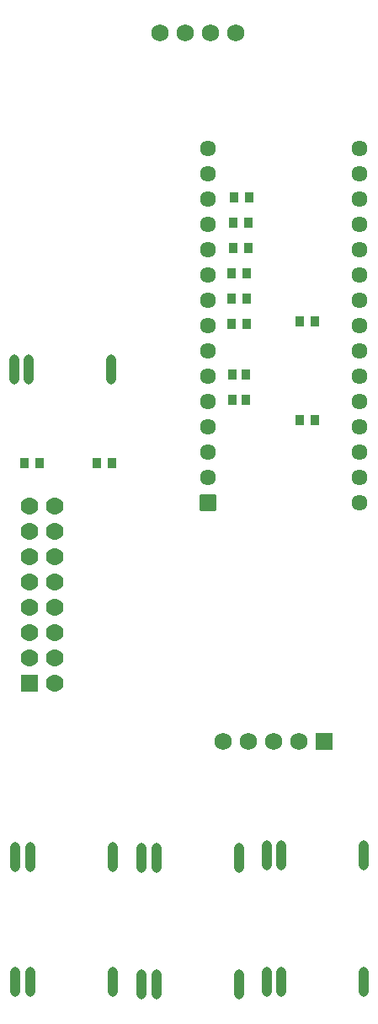
<source format=gts>
G04 Layer: TopSolderMaskLayer*
G04 EasyEDA v6.5.22, 2023-02-15 17:28:14*
G04 889346655b5e4dd39cbf71a95156414b,7be1179030e74d40a97a3c751b95adb4,10*
G04 Gerber Generator version 0.2*
G04 Scale: 100 percent, Rotated: No, Reflected: No *
G04 Dimensions in millimeters *
G04 leading zeros omitted , absolute positions ,4 integer and 5 decimal *
%FSLAX45Y45*%
%MOMM*%

%AMMACRO1*1,1,$1,$2,$3*1,1,$1,$4,$5*1,1,$1,0-$2,0-$3*1,1,$1,0-$4,0-$5*20,1,$1,$2,$3,$4,$5,0*20,1,$1,$4,$5,0-$2,0-$3,0*20,1,$1,0-$2,0-$3,0-$4,0-$5,0*20,1,$1,0-$4,0-$5,$2,$3,0*4,1,4,$2,$3,$4,$5,0-$2,0-$3,0-$4,0-$5,$2,$3,0*%
%ADD10MACRO1,0.1016X-0.754X0.754X-0.754X-0.754*%
%ADD11C,1.6096*%
%ADD12C,1.7653*%
%ADD13MACRO1,0.1016X-0.8319X-0.8319X0.8319X-0.8319*%
%ADD14O,1.0031984X3.0031944000000004*%
%ADD15MACRO1,0.1016X-0.4X0.45X0.4X0.45*%
%ADD16MACRO1,0.1016X-0.4032X-0.432X-0.4032X0.432*%
%ADD17MACRO1,0.1016X0.4032X-0.432X0.4032X0.432*%
%ADD18MACRO1,0.1016X0.4032X0.432X0.4032X-0.432*%
%ADD19MACRO1,0.1016X-0.4032X0.432X-0.4032X-0.432*%
%ADD20C,1.7272*%
%ADD21MACRO1,0.2032X0.762X-0.762X-0.762X-0.762*%

%LPD*%
D10*
G01*
X-1917700Y-977900D03*
D11*
G01*
X-1917700Y-723900D03*
G01*
X-1917700Y-469900D03*
G01*
X-1917700Y-215900D03*
G01*
X-1917700Y38100D03*
G01*
X-1917700Y292100D03*
G01*
X-1917700Y546100D03*
G01*
X-1917700Y800100D03*
G01*
X-1917700Y1054100D03*
G01*
X-1917700Y1308100D03*
G01*
X-1917700Y1562100D03*
G01*
X-1917700Y1816100D03*
G01*
X-393700Y-977900D03*
G01*
X-393700Y-723900D03*
G01*
X-393700Y-469900D03*
G01*
X-393700Y-215900D03*
G01*
X-393700Y38100D03*
G01*
X-393700Y292100D03*
G01*
X-393700Y800100D03*
G01*
X-393700Y1054100D03*
G01*
X-393700Y1562100D03*
G01*
X-393700Y1816100D03*
G01*
X-393700Y1308100D03*
G01*
X-393700Y546100D03*
G01*
X-1917700Y2070100D03*
G01*
X-1917700Y2324100D03*
G01*
X-1917700Y2578100D03*
G01*
X-393700Y2070100D03*
G01*
X-393700Y2324100D03*
G01*
X-393700Y2578100D03*
D12*
G01*
X-3454400Y-1270000D03*
G01*
X-3708400Y-1270000D03*
G01*
X-3454400Y-1778000D03*
G01*
X-3708400Y-1778000D03*
G01*
X-3454400Y-2032000D03*
G01*
X-3708400Y-2032000D03*
G01*
X-3454400Y-2286000D03*
G01*
X-3708400Y-2286000D03*
G01*
X-3454400Y-2540000D03*
G01*
X-3708400Y-2540000D03*
G01*
X-3454400Y-1016000D03*
G01*
X-3708400Y-1016000D03*
G01*
X-3454400Y-1524000D03*
G01*
X-3708400Y-1524000D03*
G01*
X-3454400Y-2794000D03*
D13*
G01*
X-3708400Y-2794000D03*
D14*
G01*
X-3704412Y-4533900D03*
G01*
X-2872409Y-4533900D03*
G01*
X-3852392Y-4533900D03*
G01*
X-2434412Y-4546600D03*
G01*
X-1602409Y-4546600D03*
G01*
X-2582392Y-4546600D03*
G01*
X-1177112Y-4521200D03*
G01*
X-345109Y-4521200D03*
G01*
X-1325092Y-4521200D03*
G01*
X-3704412Y-5791200D03*
G01*
X-2872409Y-5791200D03*
G01*
X-3852392Y-5791200D03*
G01*
X-2434412Y-5816600D03*
G01*
X-1602409Y-5816600D03*
G01*
X-2582392Y-5816600D03*
G01*
X-1177112Y-5791200D03*
G01*
X-345109Y-5791200D03*
G01*
X-1325092Y-5791200D03*
G01*
X-3717112Y355600D03*
G01*
X-2885109Y355600D03*
G01*
X-3865092Y355600D03*
D15*
G01*
X-1530200Y304800D03*
G01*
X-1670199Y304800D03*
G01*
X-1530200Y50800D03*
G01*
X-1670199Y50800D03*
D16*
G01*
X-1524875Y812800D03*
D17*
G01*
X-1675524Y812800D03*
D16*
G01*
X-1524875Y1066800D03*
D17*
G01*
X-1675524Y1066800D03*
D16*
G01*
X-1524875Y1320800D03*
D17*
G01*
X-1675524Y1320800D03*
D16*
G01*
X-1512175Y1574800D03*
D17*
G01*
X-1662824Y1574800D03*
D16*
G01*
X-1512175Y1828800D03*
D17*
G01*
X-1662824Y1828800D03*
D16*
G01*
X-1499475Y2082800D03*
D17*
G01*
X-1650124Y2082800D03*
D18*
G01*
X-3034424Y-584200D03*
D19*
G01*
X-2883775Y-584200D03*
D16*
G01*
X-3607675Y-584200D03*
D17*
G01*
X-3758324Y-584200D03*
D18*
G01*
X-989724Y838200D03*
D19*
G01*
X-839075Y838200D03*
D16*
G01*
X-839075Y-152400D03*
D17*
G01*
X-989724Y-152400D03*
D20*
G01*
X-1638300Y3733800D03*
G01*
X-1892300Y3733800D03*
G01*
X-2146300Y3733800D03*
G01*
X-2400300Y3733800D03*
D21*
G01*
X-749300Y-3378200D03*
D20*
G01*
X-1003300Y-3378200D03*
G01*
X-1257300Y-3378200D03*
G01*
X-1511300Y-3378200D03*
G01*
X-1765300Y-3378200D03*
M02*

</source>
